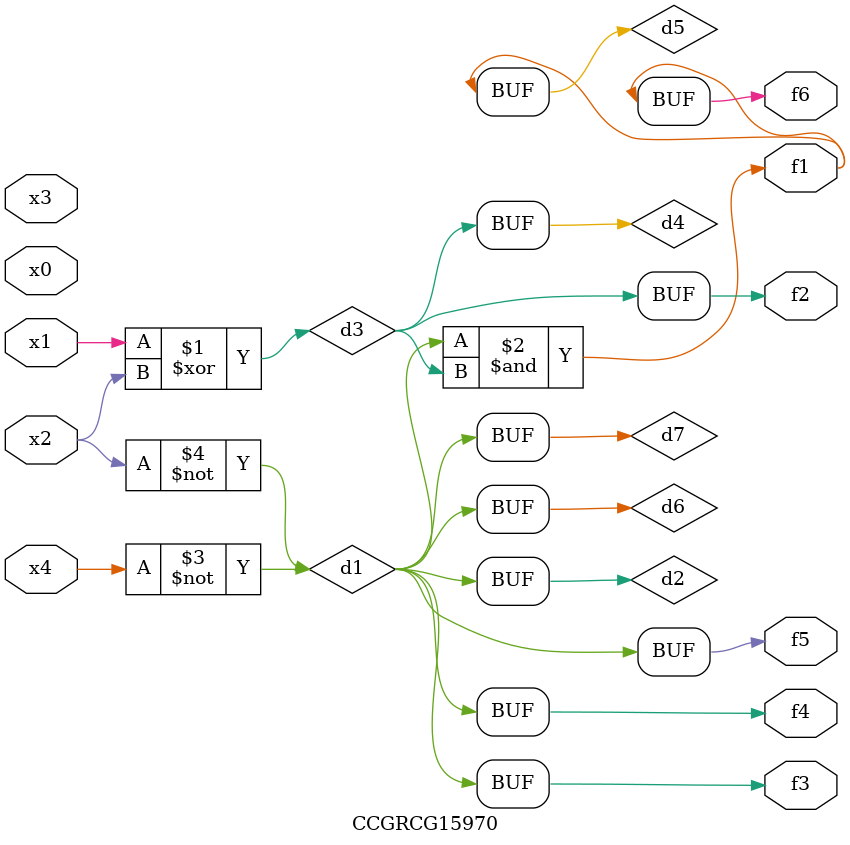
<source format=v>
module CCGRCG15970(
	input x0, x1, x2, x3, x4,
	output f1, f2, f3, f4, f5, f6
);

	wire d1, d2, d3, d4, d5, d6, d7;

	not (d1, x4);
	not (d2, x2);
	xor (d3, x1, x2);
	buf (d4, d3);
	and (d5, d1, d3);
	buf (d6, d1, d2);
	buf (d7, d2);
	assign f1 = d5;
	assign f2 = d4;
	assign f3 = d7;
	assign f4 = d7;
	assign f5 = d7;
	assign f6 = d5;
endmodule

</source>
